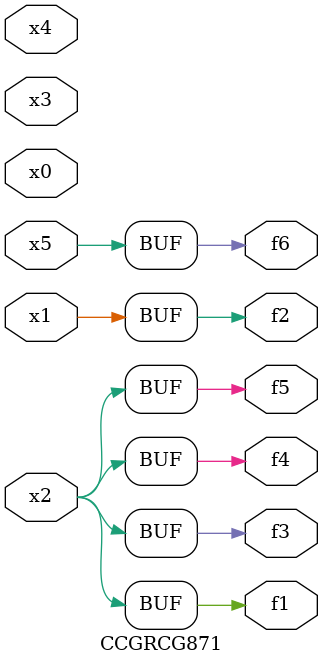
<source format=v>
module CCGRCG871(
	input x0, x1, x2, x3, x4, x5,
	output f1, f2, f3, f4, f5, f6
);
	assign f1 = x2;
	assign f2 = x1;
	assign f3 = x2;
	assign f4 = x2;
	assign f5 = x2;
	assign f6 = x5;
endmodule

</source>
